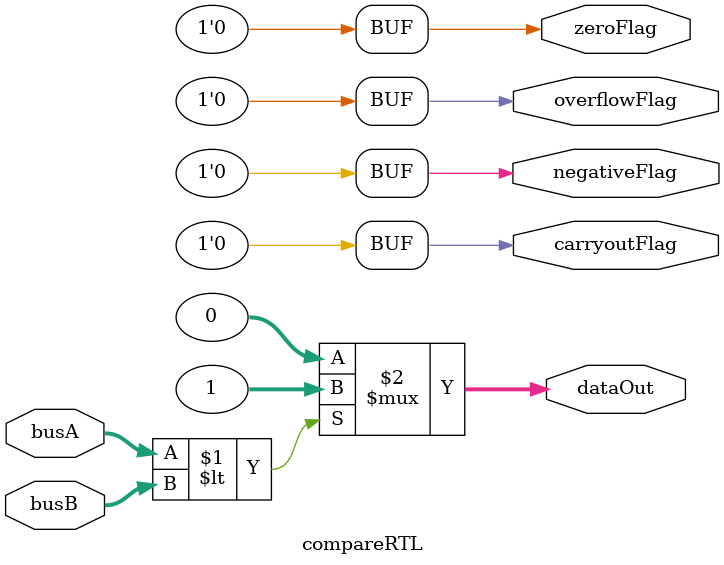
<source format=v>
module compareTop();
	wire [31:0] dataOut;
	wire zeroFlag, overflowFlag, carryoutFlag, negativeFlag;
	wire [31:0]busA, busB;

	compareRTL dut(busA, busB, dataOut[1:0], zeroFlag, overflowFlag, carryoutFlag, negativeFlag);
	//tester testCompare(busA, busB, dataOut, zeroFlag, overflowFlag, carryoutFlag, negativeFlag);

endmodule

/*
module tester(busA, busB, dataOut, zeroFlag, overflowFlag, carryoutFlag, negativeFlag);
	input [31:0] dataOut;
	input zeroFlag, overflowFlag, carryoutFlag, negativeFlag;
	output reg [31:0] busA, busB;

	parameter delay = 10;

	initial begin 
		$display("\t\t busA \t busB \t dataOut \t zeroFlag \t overflowFlag \t carryoutFlag \t negativeFlag \t time");
		$monitor("\t\t %b \t %b \t %b \t %b \t %b \t %b \t %b \t %g",
					busA, busB, dataOut, zeroFlag, overflowFlag, carryoutFlag, negativeFlag, $time);			
	end

	initial begin
		busA = 0; busB = 0;
		#delay;
		busA = 0; busB = 1;
		#delay;
		busA = 1; busB = 0;
		#delay;
		busA = 1; busB = 1;
		#delay;
		#delay;
	end
endmodule
*/

module compareRTL(busA, busB, dataOut, zeroFlag, overflowFlag, carryoutFlag, negativeFlag);
	input [31:0] busA, busB;
	output [31:0] dataOut;
	output  zeroFlag, overflowFlag, carryoutFlag, negativeFlag;
	
	assign zeroFlag = 0;
	assign overflowFlag = 0;
	assign carryoutFlag = 0;
	assign negativeFlag = 0;
	assign dataOut = (busA < busB) ? 1 : 0;
endmodule

</source>
